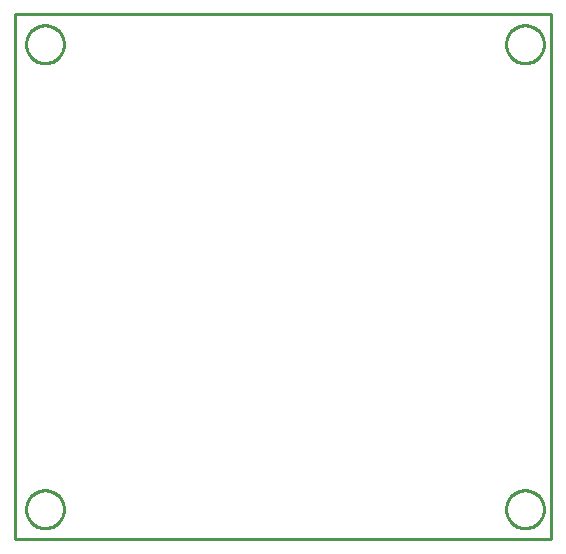
<source format=gbr>
G04 EAGLE Gerber RS-274X export*
G75*
%MOMM*%
%FSLAX34Y34*%
%LPD*%
%IN*%
%IPPOS*%
%AMOC8*
5,1,8,0,0,1.08239X$1,22.5*%
G01*
%ADD10C,0.254000*%


D10*
X0Y0D02*
X453900Y0D01*
X453900Y444400D01*
X0Y444400D01*
X0Y0D01*
X41400Y24876D02*
X41332Y23831D01*
X41195Y22792D01*
X40990Y21765D01*
X40719Y20753D01*
X40383Y19761D01*
X39982Y18793D01*
X39518Y17854D01*
X38995Y16946D01*
X38413Y16075D01*
X37775Y15244D01*
X37084Y14457D01*
X36343Y13716D01*
X35556Y13025D01*
X34725Y12388D01*
X33854Y11806D01*
X32946Y11282D01*
X32007Y10818D01*
X31039Y10417D01*
X30047Y10081D01*
X29035Y9810D01*
X28008Y9605D01*
X26969Y9469D01*
X25924Y9400D01*
X24876Y9400D01*
X23831Y9469D01*
X22792Y9605D01*
X21765Y9810D01*
X20753Y10081D01*
X19761Y10417D01*
X18793Y10818D01*
X17854Y11282D01*
X16946Y11806D01*
X16075Y12388D01*
X15244Y13025D01*
X14457Y13716D01*
X13716Y14457D01*
X13025Y15244D01*
X12388Y16075D01*
X11806Y16946D01*
X11282Y17854D01*
X10818Y18793D01*
X10417Y19761D01*
X10081Y20753D01*
X9810Y21765D01*
X9605Y22792D01*
X9469Y23831D01*
X9400Y24876D01*
X9400Y25924D01*
X9469Y26969D01*
X9605Y28008D01*
X9810Y29035D01*
X10081Y30047D01*
X10417Y31039D01*
X10818Y32007D01*
X11282Y32946D01*
X11806Y33854D01*
X12388Y34725D01*
X13025Y35556D01*
X13716Y36343D01*
X14457Y37084D01*
X15244Y37775D01*
X16075Y38413D01*
X16946Y38995D01*
X17854Y39518D01*
X18793Y39982D01*
X19761Y40383D01*
X20753Y40719D01*
X21765Y40990D01*
X22792Y41195D01*
X23831Y41332D01*
X24876Y41400D01*
X25924Y41400D01*
X26969Y41332D01*
X28008Y41195D01*
X29035Y40990D01*
X30047Y40719D01*
X31039Y40383D01*
X32007Y39982D01*
X32946Y39518D01*
X33854Y38995D01*
X34725Y38413D01*
X35556Y37775D01*
X36343Y37084D01*
X37084Y36343D01*
X37775Y35556D01*
X38413Y34725D01*
X38995Y33854D01*
X39518Y32946D01*
X39982Y32007D01*
X40383Y31039D01*
X40719Y30047D01*
X40990Y29035D01*
X41195Y28008D01*
X41332Y26969D01*
X41400Y25924D01*
X41400Y24876D01*
X447800Y24876D02*
X447732Y23831D01*
X447595Y22792D01*
X447390Y21765D01*
X447119Y20753D01*
X446783Y19761D01*
X446382Y18793D01*
X445918Y17854D01*
X445395Y16946D01*
X444813Y16075D01*
X444175Y15244D01*
X443484Y14457D01*
X442743Y13716D01*
X441956Y13025D01*
X441125Y12388D01*
X440254Y11806D01*
X439346Y11282D01*
X438407Y10818D01*
X437439Y10417D01*
X436447Y10081D01*
X435435Y9810D01*
X434408Y9605D01*
X433369Y9469D01*
X432324Y9400D01*
X431276Y9400D01*
X430231Y9469D01*
X429192Y9605D01*
X428165Y9810D01*
X427153Y10081D01*
X426161Y10417D01*
X425193Y10818D01*
X424254Y11282D01*
X423346Y11806D01*
X422475Y12388D01*
X421644Y13025D01*
X420857Y13716D01*
X420116Y14457D01*
X419425Y15244D01*
X418788Y16075D01*
X418206Y16946D01*
X417682Y17854D01*
X417218Y18793D01*
X416817Y19761D01*
X416481Y20753D01*
X416210Y21765D01*
X416005Y22792D01*
X415869Y23831D01*
X415800Y24876D01*
X415800Y25924D01*
X415869Y26969D01*
X416005Y28008D01*
X416210Y29035D01*
X416481Y30047D01*
X416817Y31039D01*
X417218Y32007D01*
X417682Y32946D01*
X418206Y33854D01*
X418788Y34725D01*
X419425Y35556D01*
X420116Y36343D01*
X420857Y37084D01*
X421644Y37775D01*
X422475Y38413D01*
X423346Y38995D01*
X424254Y39518D01*
X425193Y39982D01*
X426161Y40383D01*
X427153Y40719D01*
X428165Y40990D01*
X429192Y41195D01*
X430231Y41332D01*
X431276Y41400D01*
X432324Y41400D01*
X433369Y41332D01*
X434408Y41195D01*
X435435Y40990D01*
X436447Y40719D01*
X437439Y40383D01*
X438407Y39982D01*
X439346Y39518D01*
X440254Y38995D01*
X441125Y38413D01*
X441956Y37775D01*
X442743Y37084D01*
X443484Y36343D01*
X444175Y35556D01*
X444813Y34725D01*
X445395Y33854D01*
X445918Y32946D01*
X446382Y32007D01*
X446783Y31039D01*
X447119Y30047D01*
X447390Y29035D01*
X447595Y28008D01*
X447732Y26969D01*
X447800Y25924D01*
X447800Y24876D01*
X447800Y418576D02*
X447732Y417531D01*
X447595Y416492D01*
X447390Y415465D01*
X447119Y414453D01*
X446783Y413461D01*
X446382Y412493D01*
X445918Y411554D01*
X445395Y410646D01*
X444813Y409775D01*
X444175Y408944D01*
X443484Y408157D01*
X442743Y407416D01*
X441956Y406725D01*
X441125Y406088D01*
X440254Y405506D01*
X439346Y404982D01*
X438407Y404518D01*
X437439Y404117D01*
X436447Y403781D01*
X435435Y403510D01*
X434408Y403305D01*
X433369Y403169D01*
X432324Y403100D01*
X431276Y403100D01*
X430231Y403169D01*
X429192Y403305D01*
X428165Y403510D01*
X427153Y403781D01*
X426161Y404117D01*
X425193Y404518D01*
X424254Y404982D01*
X423346Y405506D01*
X422475Y406088D01*
X421644Y406725D01*
X420857Y407416D01*
X420116Y408157D01*
X419425Y408944D01*
X418788Y409775D01*
X418206Y410646D01*
X417682Y411554D01*
X417218Y412493D01*
X416817Y413461D01*
X416481Y414453D01*
X416210Y415465D01*
X416005Y416492D01*
X415869Y417531D01*
X415800Y418576D01*
X415800Y419624D01*
X415869Y420669D01*
X416005Y421708D01*
X416210Y422735D01*
X416481Y423747D01*
X416817Y424739D01*
X417218Y425707D01*
X417682Y426646D01*
X418206Y427554D01*
X418788Y428425D01*
X419425Y429256D01*
X420116Y430043D01*
X420857Y430784D01*
X421644Y431475D01*
X422475Y432113D01*
X423346Y432695D01*
X424254Y433218D01*
X425193Y433682D01*
X426161Y434083D01*
X427153Y434419D01*
X428165Y434690D01*
X429192Y434895D01*
X430231Y435032D01*
X431276Y435100D01*
X432324Y435100D01*
X433369Y435032D01*
X434408Y434895D01*
X435435Y434690D01*
X436447Y434419D01*
X437439Y434083D01*
X438407Y433682D01*
X439346Y433218D01*
X440254Y432695D01*
X441125Y432113D01*
X441956Y431475D01*
X442743Y430784D01*
X443484Y430043D01*
X444175Y429256D01*
X444813Y428425D01*
X445395Y427554D01*
X445918Y426646D01*
X446382Y425707D01*
X446783Y424739D01*
X447119Y423747D01*
X447390Y422735D01*
X447595Y421708D01*
X447732Y420669D01*
X447800Y419624D01*
X447800Y418576D01*
X41400Y418576D02*
X41332Y417531D01*
X41195Y416492D01*
X40990Y415465D01*
X40719Y414453D01*
X40383Y413461D01*
X39982Y412493D01*
X39518Y411554D01*
X38995Y410646D01*
X38413Y409775D01*
X37775Y408944D01*
X37084Y408157D01*
X36343Y407416D01*
X35556Y406725D01*
X34725Y406088D01*
X33854Y405506D01*
X32946Y404982D01*
X32007Y404518D01*
X31039Y404117D01*
X30047Y403781D01*
X29035Y403510D01*
X28008Y403305D01*
X26969Y403169D01*
X25924Y403100D01*
X24876Y403100D01*
X23831Y403169D01*
X22792Y403305D01*
X21765Y403510D01*
X20753Y403781D01*
X19761Y404117D01*
X18793Y404518D01*
X17854Y404982D01*
X16946Y405506D01*
X16075Y406088D01*
X15244Y406725D01*
X14457Y407416D01*
X13716Y408157D01*
X13025Y408944D01*
X12388Y409775D01*
X11806Y410646D01*
X11282Y411554D01*
X10818Y412493D01*
X10417Y413461D01*
X10081Y414453D01*
X9810Y415465D01*
X9605Y416492D01*
X9469Y417531D01*
X9400Y418576D01*
X9400Y419624D01*
X9469Y420669D01*
X9605Y421708D01*
X9810Y422735D01*
X10081Y423747D01*
X10417Y424739D01*
X10818Y425707D01*
X11282Y426646D01*
X11806Y427554D01*
X12388Y428425D01*
X13025Y429256D01*
X13716Y430043D01*
X14457Y430784D01*
X15244Y431475D01*
X16075Y432113D01*
X16946Y432695D01*
X17854Y433218D01*
X18793Y433682D01*
X19761Y434083D01*
X20753Y434419D01*
X21765Y434690D01*
X22792Y434895D01*
X23831Y435032D01*
X24876Y435100D01*
X25924Y435100D01*
X26969Y435032D01*
X28008Y434895D01*
X29035Y434690D01*
X30047Y434419D01*
X31039Y434083D01*
X32007Y433682D01*
X32946Y433218D01*
X33854Y432695D01*
X34725Y432113D01*
X35556Y431475D01*
X36343Y430784D01*
X37084Y430043D01*
X37775Y429256D01*
X38413Y428425D01*
X38995Y427554D01*
X39518Y426646D01*
X39982Y425707D01*
X40383Y424739D01*
X40719Y423747D01*
X40990Y422735D01*
X41195Y421708D01*
X41332Y420669D01*
X41400Y419624D01*
X41400Y418576D01*
M02*

</source>
